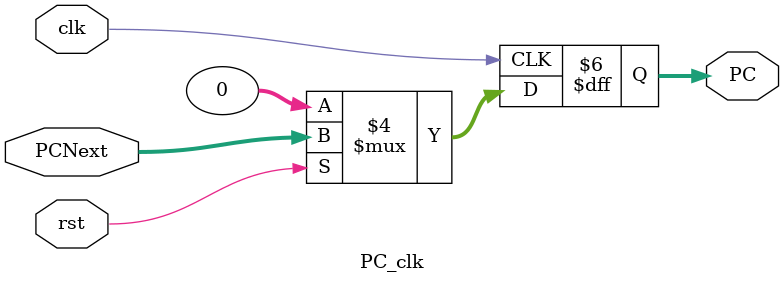
<source format=v>
module PC_clk(            
    input clk , rst ,
    input [31:0] PCNext ,
    output reg [31:0] PC
);
//this module is the first module of the design to make the pc updates every clock edgr
always @(posedge clk) begin
    if (~rst) //synchronous active low
        PC <= 0 ;
    else 
        PC <= PCNext;
end
endmodule
</source>
